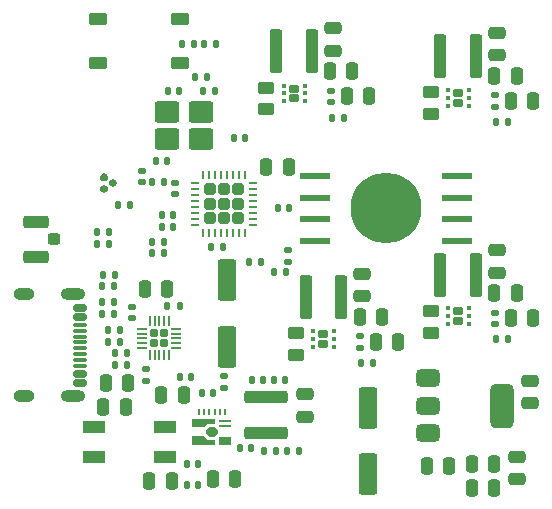
<source format=gbr>
%TF.GenerationSoftware,KiCad,Pcbnew,9.0.3*%
%TF.CreationDate,2025-12-31T13:04:55+01:00*%
%TF.ProjectId,Lars-10W-RGBW-V1,4c617273-2d31-4305-972d-524742572d56,rev?*%
%TF.SameCoordinates,Original*%
%TF.FileFunction,Paste,Top*%
%TF.FilePolarity,Positive*%
%FSLAX46Y46*%
G04 Gerber Fmt 4.6, Leading zero omitted, Abs format (unit mm)*
G04 Created by KiCad (PCBNEW 9.0.3) date 2025-12-31 13:04:55*
%MOMM*%
%LPD*%
G01*
G04 APERTURE LIST*
G04 Aperture macros list*
%AMRoundRect*
0 Rectangle with rounded corners*
0 $1 Rounding radius*
0 $2 $3 $4 $5 $6 $7 $8 $9 X,Y pos of 4 corners*
0 Add a 4 corners polygon primitive as box body*
4,1,4,$2,$3,$4,$5,$6,$7,$8,$9,$2,$3,0*
0 Add four circle primitives for the rounded corners*
1,1,$1+$1,$2,$3*
1,1,$1+$1,$4,$5*
1,1,$1+$1,$6,$7*
1,1,$1+$1,$8,$9*
0 Add four rect primitives between the rounded corners*
20,1,$1+$1,$2,$3,$4,$5,0*
20,1,$1+$1,$4,$5,$6,$7,0*
20,1,$1+$1,$6,$7,$8,$9,0*
20,1,$1+$1,$8,$9,$2,$3,0*%
%AMFreePoly0*
4,1,7,1.447800,-0.050800,0.812800,-0.050800,0.508000,-0.355600,-0.508000,-0.355600,-0.508000,0.355600,1.447800,0.355600,1.447800,-0.050800,1.447800,-0.050800,$1*%
%AMFreePoly1*
4,1,9,0.546100,0.114300,0.546100,-0.114300,0.241300,-0.419100,-0.241300,-0.419100,-0.546100,-0.114300,-0.546100,0.114300,-0.241300,0.419100,0.241300,0.419100,0.546100,0.114300,0.546100,0.114300,$1*%
%AMFreePoly2*
4,1,7,0.812800,0.076200,1.447800,0.076200,1.447800,-0.381000,-0.508000,-0.381000,-0.508000,0.381000,0.508000,0.381000,0.812800,0.076200,0.812800,0.076200,$1*%
G04 Aperture macros list end*
%ADD10RoundRect,0.250000X0.450000X-0.262500X0.450000X0.262500X-0.450000X0.262500X-0.450000X-0.262500X0*%
%ADD11RoundRect,0.250000X-0.300000X-1.600000X0.300000X-1.600000X0.300000X1.600000X-0.300000X1.600000X0*%
%ADD12RoundRect,0.140000X0.170000X-0.140000X0.170000X0.140000X-0.170000X0.140000X-0.170000X-0.140000X0*%
%ADD13RoundRect,0.135000X-0.135000X-0.185000X0.135000X-0.185000X0.135000X0.185000X-0.135000X0.185000X0*%
%ADD14RoundRect,0.140000X-0.140000X-0.170000X0.140000X-0.170000X0.140000X0.170000X-0.140000X0.170000X0*%
%ADD15RoundRect,0.250000X0.250000X0.475000X-0.250000X0.475000X-0.250000X-0.475000X0.250000X-0.475000X0*%
%ADD16RoundRect,0.140000X-0.170000X0.140000X-0.170000X-0.140000X0.170000X-0.140000X0.170000X0.140000X0*%
%ADD17RoundRect,0.250000X-0.475000X0.250000X-0.475000X-0.250000X0.475000X-0.250000X0.475000X0.250000X0*%
%ADD18R,2.500000X0.600000*%
%ADD19C,6.000000*%
%ADD20RoundRect,0.245000X-0.245000X-0.245000X0.245000X-0.245000X0.245000X0.245000X-0.245000X0.245000X0*%
%ADD21RoundRect,0.062500X-0.312500X-0.062500X0.312500X-0.062500X0.312500X0.062500X-0.312500X0.062500X0*%
%ADD22RoundRect,0.062500X-0.062500X-0.312500X0.062500X-0.312500X0.062500X0.312500X-0.062500X0.312500X0*%
%ADD23RoundRect,0.172500X0.262500X0.172500X-0.262500X0.172500X-0.262500X-0.172500X0.262500X-0.172500X0*%
%ADD24RoundRect,0.093750X0.093750X0.106250X-0.093750X0.106250X-0.093750X-0.106250X0.093750X-0.106250X0*%
%ADD25RoundRect,0.135000X0.135000X0.185000X-0.135000X0.185000X-0.135000X-0.185000X0.135000X-0.185000X0*%
%ADD26RoundRect,0.250000X-0.800000X-0.650000X0.800000X-0.650000X0.800000X0.650000X-0.800000X0.650000X0*%
%ADD27RoundRect,0.250000X-0.250000X-0.475000X0.250000X-0.475000X0.250000X0.475000X-0.250000X0.475000X0*%
%ADD28R,1.875000X1.050000*%
%ADD29RoundRect,0.250000X0.550000X-1.500000X0.550000X1.500000X-0.550000X1.500000X-0.550000X-1.500000X0*%
%ADD30RoundRect,0.135000X-0.185000X0.135000X-0.185000X-0.135000X0.185000X-0.135000X0.185000X0.135000X0*%
%ADD31RoundRect,0.250000X0.475000X-0.250000X0.475000X0.250000X-0.475000X0.250000X-0.475000X-0.250000X0*%
%ADD32RoundRect,0.140000X-0.206244X-0.077224X0.036244X-0.217224X0.206244X0.077224X-0.036244X0.217224X0*%
%ADD33RoundRect,0.250000X1.600000X-0.300000X1.600000X0.300000X-1.600000X0.300000X-1.600000X-0.300000X0*%
%ADD34RoundRect,0.140000X0.140000X0.170000X-0.140000X0.170000X-0.140000X-0.170000X0.140000X-0.170000X0*%
%ADD35RoundRect,0.375000X-0.625000X-0.375000X0.625000X-0.375000X0.625000X0.375000X-0.625000X0.375000X0*%
%ADD36RoundRect,0.500000X-0.500000X-1.400000X0.500000X-1.400000X0.500000X1.400000X-0.500000X1.400000X0*%
%ADD37RoundRect,0.250000X-0.550000X1.500000X-0.550000X-1.500000X0.550000X-1.500000X0.550000X1.500000X0*%
%ADD38RoundRect,0.250000X0.275000X0.250000X-0.275000X0.250000X-0.275000X-0.250000X0.275000X-0.250000X0*%
%ADD39RoundRect,0.250000X0.850000X0.275000X-0.850000X0.275000X-0.850000X-0.275000X0.850000X-0.275000X0*%
%ADD40RoundRect,0.165000X0.610000X0.385000X-0.610000X0.385000X-0.610000X-0.385000X0.610000X-0.385000X0*%
%ADD41RoundRect,0.172500X-0.172500X-0.172500X0.172500X-0.172500X0.172500X0.172500X-0.172500X0.172500X0*%
%ADD42RoundRect,0.050000X-0.375000X-0.050000X0.375000X-0.050000X0.375000X0.050000X-0.375000X0.050000X0*%
%ADD43RoundRect,0.050000X-0.050000X-0.375000X0.050000X-0.375000X0.050000X0.375000X-0.050000X0.375000X0*%
%ADD44RoundRect,0.140000X-0.036244X-0.217224X0.206244X-0.077224X0.036244X0.217224X-0.206244X0.077224X0*%
%ADD45FreePoly0,0.000000*%
%ADD46FreePoly1,0.000000*%
%ADD47FreePoly2,0.000000*%
%ADD48R,1.092200X0.762000*%
%ADD49R,1.092200X0.254000*%
%ADD50R,0.254000X0.609600*%
%ADD51RoundRect,0.147500X-0.147500X-0.172500X0.147500X-0.172500X0.147500X0.172500X-0.147500X0.172500X0*%
%ADD52RoundRect,0.150000X-0.425000X0.150000X-0.425000X-0.150000X0.425000X-0.150000X0.425000X0.150000X0*%
%ADD53RoundRect,0.075000X-0.500000X0.075000X-0.500000X-0.075000X0.500000X-0.075000X0.500000X0.075000X0*%
%ADD54O,2.100000X1.000000*%
%ADD55O,1.800000X1.000000*%
G04 APERTURE END LIST*
D10*
%TO.C,R501*%
X142200000Y-48812500D03*
X142200000Y-46987500D03*
%TD*%
%TO.C,R401*%
X142200000Y-67312500D03*
X142200000Y-65487500D03*
%TD*%
%TO.C,R301*%
X130800000Y-69212500D03*
X130800000Y-67387500D03*
%TD*%
%TO.C,R201*%
X128200000Y-48412500D03*
X128200000Y-46587500D03*
%TD*%
D11*
%TO.C,L401*%
X143000000Y-62400000D03*
X146000000Y-62400000D03*
%TD*%
D12*
%TO.C,C609*%
X124700000Y-71980000D03*
X124700000Y-71020000D03*
%TD*%
D13*
%TO.C,R20*%
X119890000Y-65100000D03*
X120910000Y-65100000D03*
%TD*%
D14*
%TO.C,C614*%
X128920000Y-71300000D03*
X129880000Y-71300000D03*
%TD*%
D15*
%TO.C,C303*%
X139450000Y-68100000D03*
X137550000Y-68100000D03*
%TD*%
D16*
%TO.C,C19*%
X118100000Y-70420000D03*
X118100000Y-71380000D03*
%TD*%
D17*
%TO.C,C612*%
X131500000Y-72550000D03*
X131500000Y-74450000D03*
%TD*%
D13*
%TO.C,R19*%
X114890000Y-68100000D03*
X115910000Y-68100000D03*
%TD*%
D18*
%TO.C,D2*%
X144400000Y-59545000D03*
X144400000Y-57715000D03*
X144400000Y-55885000D03*
X144400000Y-54055000D03*
X132400000Y-59545000D03*
X132400000Y-57715000D03*
X132400000Y-55885000D03*
X132400000Y-54055000D03*
D19*
X138400000Y-56800000D03*
%TD*%
D12*
%TO.C,C504*%
X147600000Y-48180000D03*
X147600000Y-47220000D03*
%TD*%
D20*
%TO.C,U101*%
X123460000Y-55200000D03*
X123460000Y-56420000D03*
X123460000Y-57640000D03*
X124680000Y-55200000D03*
X124680000Y-56420000D03*
X124680000Y-57640000D03*
X125900000Y-55200000D03*
X125900000Y-56420000D03*
X125900000Y-57640000D03*
D21*
X122205000Y-54670000D03*
X122205000Y-55170000D03*
X122205000Y-55670000D03*
X122205000Y-56170000D03*
X122205000Y-56670000D03*
X122205000Y-57170000D03*
X122205000Y-57670000D03*
X122205000Y-58170000D03*
D22*
X122930000Y-58895000D03*
X123430000Y-58895000D03*
X123930000Y-58895000D03*
X124430000Y-58895000D03*
X124930000Y-58895000D03*
X125430000Y-58895000D03*
X125930000Y-58895000D03*
X126430000Y-58895000D03*
D21*
X127155000Y-58170000D03*
X127155000Y-57670000D03*
X127155000Y-57170000D03*
X127155000Y-56670000D03*
X127155000Y-56170000D03*
X127155000Y-55670000D03*
X127155000Y-55170000D03*
X127155000Y-54670000D03*
D22*
X126430000Y-53945000D03*
X125930000Y-53945000D03*
X125430000Y-53945000D03*
X124930000Y-53945000D03*
X124430000Y-53945000D03*
X123930000Y-53945000D03*
X123430000Y-53945000D03*
X122930000Y-53945000D03*
%TD*%
D16*
%TO.C,C14*%
X120500000Y-54620000D03*
X120500000Y-55580000D03*
%TD*%
D14*
%TO.C,C615*%
X126020000Y-77100000D03*
X126980000Y-77100000D03*
%TD*%
D23*
%TO.C,U302*%
X133100000Y-68250000D03*
X133100000Y-67450000D03*
D24*
X133987500Y-68500000D03*
X133987500Y-67850000D03*
X133987500Y-67200000D03*
X132212500Y-67200000D03*
X132212500Y-67850000D03*
X132212500Y-68500000D03*
%TD*%
D25*
%TO.C,R13*%
X114920000Y-58800000D03*
X113900000Y-58800000D03*
%TD*%
%TO.C,R1*%
X116433995Y-70076394D03*
X115413995Y-70076394D03*
%TD*%
D26*
%TO.C,Y1*%
X119850000Y-50950000D03*
X122750000Y-50950000D03*
X122750000Y-48650000D03*
X119850000Y-48650000D03*
%TD*%
D27*
%TO.C,C18*%
X117983005Y-63639666D03*
X119883005Y-63639666D03*
%TD*%
D28*
%TO.C,U601*%
X119700000Y-77850000D03*
X119700000Y-75350000D03*
X113700000Y-75350000D03*
X113700000Y-77850000D03*
%TD*%
D23*
%TO.C,U402*%
X144500000Y-66300000D03*
X144500000Y-65500000D03*
D24*
X145387500Y-66550000D03*
X145387500Y-65900000D03*
X145387500Y-65250000D03*
X143612500Y-65250000D03*
X143612500Y-65900000D03*
X143612500Y-66550000D03*
%TD*%
D25*
%TO.C,R15*%
X115410000Y-62400000D03*
X114390000Y-62400000D03*
%TD*%
D11*
%TO.C,L501*%
X143000000Y-43900000D03*
X146000000Y-43900000D03*
%TD*%
%TO.C,L301*%
X131600000Y-64300000D03*
X134600000Y-64300000D03*
%TD*%
D12*
%TO.C,C204*%
X133705000Y-47785000D03*
X133705000Y-46825000D03*
%TD*%
D27*
%TO.C,C201*%
X133655000Y-45205000D03*
X135555000Y-45205000D03*
%TD*%
D29*
%TO.C,C601*%
X124900000Y-68500000D03*
X124900000Y-62900000D03*
%TD*%
D25*
%TO.C,R12*%
X119610000Y-60600000D03*
X118590000Y-60600000D03*
%TD*%
D13*
%TO.C,R9*%
X122990000Y-42900000D03*
X124010000Y-42900000D03*
%TD*%
D27*
%TO.C,C15*%
X123750000Y-79700000D03*
X125650000Y-79700000D03*
%TD*%
D30*
%TO.C,R5*%
X130100000Y-60290000D03*
X130100000Y-61310000D03*
%TD*%
D12*
%TO.C,C13*%
X117700000Y-54580000D03*
X117700000Y-53620000D03*
%TD*%
D31*
%TO.C,C402*%
X147800000Y-62250000D03*
X147800000Y-60350000D03*
%TD*%
%TO.C,C11*%
X150600000Y-73300000D03*
X150600000Y-71400000D03*
%TD*%
D11*
%TO.C,L201*%
X129100000Y-43500000D03*
X132100000Y-43500000D03*
%TD*%
D13*
%TO.C,R402*%
X147690000Y-67900000D03*
X148710000Y-67900000D03*
%TD*%
D12*
%TO.C,C404*%
X147600000Y-66580000D03*
X147600000Y-65620000D03*
%TD*%
D23*
%TO.C,U202*%
X130605000Y-47455000D03*
X130605000Y-46655000D03*
D24*
X131492500Y-47705000D03*
X131492500Y-47055000D03*
X131492500Y-46405000D03*
X129717500Y-46405000D03*
X129717500Y-47055000D03*
X129717500Y-47705000D03*
%TD*%
D32*
%TO.C,C102*%
X114484308Y-54160000D03*
X115315692Y-54640000D03*
%TD*%
D13*
%TO.C,R202*%
X133795000Y-49105000D03*
X134815000Y-49105000D03*
%TD*%
D33*
%TO.C,L601*%
X128200000Y-75800000D03*
X128200000Y-72800000D03*
%TD*%
D15*
%TO.C,C607*%
X121250000Y-72600000D03*
X119350000Y-72600000D03*
%TD*%
D34*
%TO.C,C12*%
X120380000Y-58400000D03*
X119420000Y-58400000D03*
%TD*%
D15*
%TO.C,C203*%
X136955000Y-47305000D03*
X135055000Y-47305000D03*
%TD*%
D35*
%TO.C,U603*%
X141950000Y-71200000D03*
X141950000Y-73500000D03*
X141950000Y-75800000D03*
D36*
X148250000Y-73500000D03*
%TD*%
D34*
%TO.C,C613*%
X127980000Y-71300000D03*
X127020000Y-71300000D03*
%TD*%
D13*
%TO.C,R11*%
X118590000Y-59610000D03*
X119610000Y-59610000D03*
%TD*%
D27*
%TO.C,C610*%
X141850000Y-78600000D03*
X143750000Y-78600000D03*
%TD*%
D25*
%TO.C,R7*%
X129910000Y-62200000D03*
X128890000Y-62200000D03*
%TD*%
D34*
%TO.C,C604*%
X121880000Y-71100000D03*
X120920000Y-71100000D03*
%TD*%
D25*
%TO.C,R601*%
X131010000Y-77300000D03*
X129990000Y-77300000D03*
%TD*%
D37*
%TO.C,C611*%
X136900000Y-73700000D03*
X136900000Y-79300000D03*
%TD*%
D14*
%TO.C,C2*%
X118920000Y-52800000D03*
X119880000Y-52800000D03*
%TD*%
D13*
%TO.C,R14*%
X113890000Y-59800000D03*
X114910000Y-59800000D03*
%TD*%
%TO.C,R6*%
X126790000Y-61300000D03*
X127810000Y-61300000D03*
%TD*%
D12*
%TO.C,C304*%
X136200000Y-68580000D03*
X136200000Y-67620000D03*
%TD*%
D38*
%TO.C,J101*%
X110300000Y-59400000D03*
D39*
X108775000Y-60875000D03*
X108775000Y-57925000D03*
%TD*%
D12*
%TO.C,C17*%
X116900000Y-66080000D03*
X116900000Y-65120000D03*
%TD*%
D14*
%TO.C,C5*%
X129240000Y-56800000D03*
X130200000Y-56800000D03*
%TD*%
D13*
%TO.C,R502*%
X147690000Y-49500000D03*
X148710000Y-49500000D03*
%TD*%
D27*
%TO.C,C617*%
X128250000Y-53300000D03*
X130150000Y-53300000D03*
%TD*%
D13*
%TO.C,R16*%
X114380000Y-63400000D03*
X115400000Y-63400000D03*
%TD*%
D15*
%TO.C,C603*%
X120250000Y-79900000D03*
X118350000Y-79900000D03*
%TD*%
D40*
%TO.C,SW2*%
X120970000Y-40730000D03*
X114020000Y-40730000D03*
%TD*%
D14*
%TO.C,C6*%
X125520000Y-50800000D03*
X126480000Y-50800000D03*
%TD*%
D13*
%TO.C,R602*%
X128090000Y-77300000D03*
X129110000Y-77300000D03*
%TD*%
D31*
%TO.C,C202*%
X133905000Y-43455000D03*
X133905000Y-41555000D03*
%TD*%
D14*
%TO.C,C606*%
X121520000Y-78400000D03*
X122480000Y-78400000D03*
%TD*%
%TO.C,C7*%
X115720000Y-56500000D03*
X116680000Y-56500000D03*
%TD*%
D40*
%TO.C,SW1*%
X120970000Y-44530000D03*
X114020000Y-44530000D03*
%TD*%
D27*
%TO.C,C401*%
X147550000Y-64000000D03*
X149450000Y-64000000D03*
%TD*%
D34*
%TO.C,C608*%
X123780000Y-72400000D03*
X122820000Y-72400000D03*
%TD*%
D15*
%TO.C,C403*%
X150850000Y-66100000D03*
X148950000Y-66100000D03*
%TD*%
D13*
%TO.C,R302*%
X136290000Y-69900000D03*
X137310000Y-69900000D03*
%TD*%
D31*
%TO.C,C302*%
X136400000Y-64250000D03*
X136400000Y-62350000D03*
%TD*%
D13*
%TO.C,R18*%
X114890000Y-67100000D03*
X115910000Y-67100000D03*
%TD*%
D41*
%TO.C,U1*%
X118790000Y-67390000D03*
X118790000Y-68210000D03*
X119610000Y-67390000D03*
X119610000Y-68210000D03*
D42*
X117750000Y-67000000D03*
X117750000Y-67400000D03*
X117750000Y-67800000D03*
X117750000Y-68200000D03*
X117750000Y-68600000D03*
D43*
X118400000Y-69250000D03*
X118800000Y-69250000D03*
X119200000Y-69250000D03*
X119600000Y-69250000D03*
X120000000Y-69250000D03*
D42*
X120650000Y-68600000D03*
X120650000Y-68200000D03*
X120650000Y-67800000D03*
X120650000Y-67400000D03*
X120650000Y-67000000D03*
D43*
X120000000Y-66350000D03*
X119600000Y-66350000D03*
X119200000Y-66350000D03*
X118800000Y-66350000D03*
X118400000Y-66350000D03*
%TD*%
D15*
%TO.C,C503*%
X150850000Y-47700000D03*
X148950000Y-47700000D03*
%TD*%
D16*
%TO.C,C101*%
X114500000Y-54220000D03*
X114500000Y-55180000D03*
%TD*%
D25*
%TO.C,R10*%
X122110000Y-42900000D03*
X121090000Y-42900000D03*
%TD*%
D44*
%TO.C,C103*%
X114484308Y-55140000D03*
X115315692Y-54660000D03*
%TD*%
D27*
%TO.C,C501*%
X147550000Y-45600000D03*
X149450000Y-45600000D03*
%TD*%
D14*
%TO.C,C605*%
X121520000Y-80200000D03*
X122480000Y-80200000D03*
%TD*%
D15*
%TO.C,C16*%
X116350000Y-73600000D03*
X114450000Y-73600000D03*
%TD*%
D34*
%TO.C,C1*%
X123880000Y-46900000D03*
X122920000Y-46900000D03*
%TD*%
D25*
%TO.C,R2*%
X116433995Y-69076394D03*
X115413995Y-69076394D03*
%TD*%
D31*
%TO.C,C502*%
X147800000Y-43850000D03*
X147800000Y-41950000D03*
%TD*%
D15*
%TO.C,C9*%
X147550000Y-80500000D03*
X145650000Y-80500000D03*
%TD*%
D25*
%TO.C,R4*%
X115400000Y-64700000D03*
X114380000Y-64700000D03*
%TD*%
D34*
%TO.C,C8*%
X120380000Y-57400000D03*
X119420000Y-57400000D03*
%TD*%
D23*
%TO.C,U502*%
X144500000Y-47850000D03*
X144500000Y-47050000D03*
D24*
X145387500Y-48100000D03*
X145387500Y-47450000D03*
X145387500Y-46800000D03*
X143612500Y-46800000D03*
X143612500Y-47450000D03*
X143612500Y-48100000D03*
%TD*%
D17*
%TO.C,C616*%
X149500000Y-77850000D03*
X149500000Y-79750000D03*
%TD*%
D15*
%TO.C,C10*%
X147550000Y-78400000D03*
X145650000Y-78400000D03*
%TD*%
D27*
%TO.C,C301*%
X136150000Y-66000000D03*
X138050000Y-66000000D03*
%TD*%
D45*
%TO.C,U602*%
X122460660Y-74972825D03*
D46*
X123650650Y-75722125D03*
D47*
X122460660Y-76496825D03*
D48*
X124800000Y-76500000D03*
D49*
X124800000Y-75223650D03*
X124800000Y-74772800D03*
D50*
X124777775Y-74048900D03*
X124326925Y-74048900D03*
X123876075Y-74048900D03*
X123425225Y-74048900D03*
X122974375Y-74048900D03*
X122523525Y-74048900D03*
%TD*%
D14*
%TO.C,C4*%
X123600000Y-60100000D03*
X124560000Y-60100000D03*
%TD*%
D25*
%TO.C,R8*%
X123210000Y-45700000D03*
X122190000Y-45700000D03*
%TD*%
D51*
%TO.C,L1*%
X118615000Y-54600000D03*
X119585000Y-54600000D03*
%TD*%
D52*
%TO.C,J1*%
X112480000Y-65200000D03*
X112480000Y-66000000D03*
D53*
X112480000Y-67150000D03*
X112480000Y-68150000D03*
X112480000Y-68650000D03*
X112480000Y-69650000D03*
D52*
X112480000Y-70800000D03*
X112480000Y-71600000D03*
X112480000Y-71600000D03*
X112480000Y-70800000D03*
D53*
X112480000Y-70150000D03*
X112480000Y-69150000D03*
X112480000Y-67650000D03*
X112480000Y-66650000D03*
D52*
X112480000Y-66000000D03*
X112480000Y-65200000D03*
D54*
X111905000Y-64080000D03*
D55*
X107725000Y-64080000D03*
D54*
X111905000Y-72720000D03*
D55*
X107725000Y-72720000D03*
%TD*%
D25*
%TO.C,R3*%
X115400000Y-65700000D03*
X114380000Y-65700000D03*
%TD*%
D15*
%TO.C,C20*%
X116550000Y-71600000D03*
X114650000Y-71600000D03*
%TD*%
D14*
%TO.C,C3*%
X119920000Y-46900000D03*
X120880000Y-46900000D03*
%TD*%
M02*

</source>
